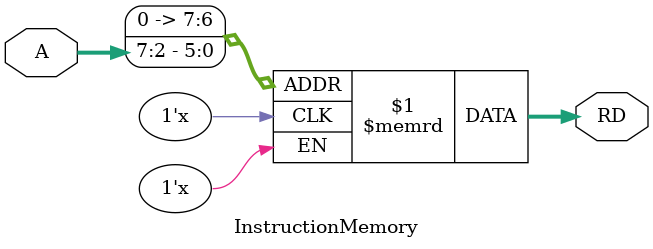
<source format=v>
module InstructionMemory #(parameter nbits = 32)(
    input [7:0] A,
    output [nbits-1:0] RD
);

reg [nbits-1:0] ROM [255:0];

assign RD = ROM[A >> 2]; //byte addresseble memory.

endmodule
</source>
